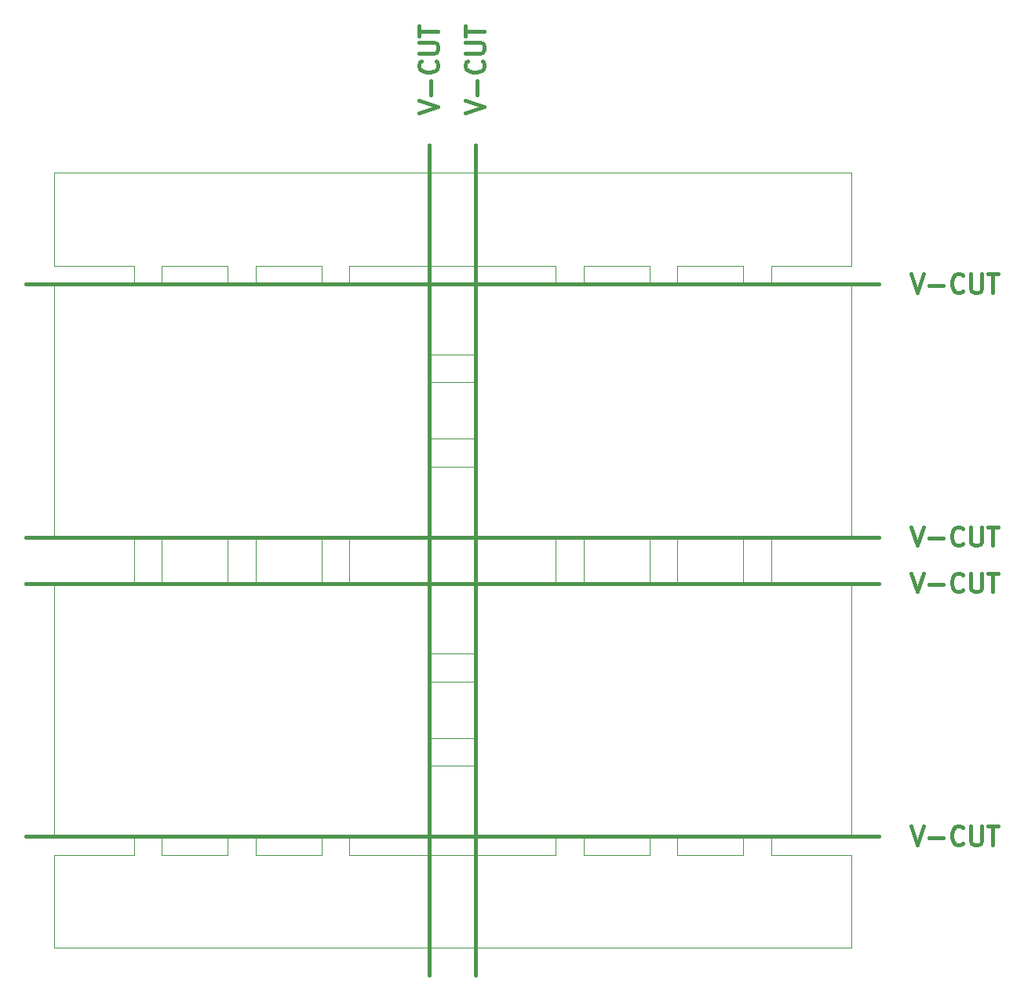
<source format=gm1>
G04 #@! TF.GenerationSoftware,KiCad,Pcbnew,6.0.7-f9a2dced07~116~ubuntu22.04.1*
G04 #@! TF.CreationDate,2022-09-03T23:27:29+10:00*
G04 #@! TF.ProjectId,panel,70616e65-6c2e-46b6-9963-61645f706362,rev?*
G04 #@! TF.SameCoordinates,Original*
G04 #@! TF.FileFunction,Profile,NP*
%FSLAX46Y46*%
G04 Gerber Fmt 4.6, Leading zero omitted, Abs format (unit mm)*
G04 Created by KiCad (PCBNEW 6.0.7-f9a2dced07~116~ubuntu22.04.1) date 2022-09-03 23:27:29*
%MOMM*%
%LPD*%
G01*
G04 APERTURE LIST*
G04 #@! TA.AperFunction,Profile*
%ADD10C,0.100000*%
G04 #@! TD*
G04 #@! TA.AperFunction,Profile*
%ADD11C,0.400000*%
G04 #@! TD*
%ADD12C,0.400000*%
G04 APERTURE END LIST*
D10*
X60500000Y-76000000D02*
X55500000Y-76000000D01*
X43875000Y-88600000D02*
X36750000Y-88600000D01*
X101000000Y-98600000D02*
X101000000Y-88600000D01*
X60500000Y-79000000D02*
X60500000Y-86600000D01*
X89375000Y-54300000D02*
X89375000Y-59300000D01*
X36750000Y-27000000D02*
X36750000Y-25000000D01*
X72125000Y-88600000D02*
X72125000Y-86600000D01*
X15000000Y-86600000D02*
X23625000Y-86600000D01*
X33750000Y-86600000D02*
X33750000Y-88600000D01*
X26625000Y-86600000D02*
X33750000Y-86600000D01*
X92375000Y-54300000D02*
X101000000Y-54300000D01*
D11*
X60500000Y-12000000D02*
X60500000Y-101600000D01*
D10*
X46875000Y-25000000D02*
X69125000Y-25000000D01*
D11*
X12000000Y-59300000D02*
X104000000Y-59300000D01*
D10*
X43875000Y-27000000D02*
X36750000Y-27000000D01*
X55500000Y-86600000D02*
X55500000Y-79000000D01*
X43875000Y-59300000D02*
X36750000Y-59300000D01*
X23625000Y-27000000D02*
X15000000Y-27000000D01*
X26625000Y-59300000D02*
X26625000Y-54300000D01*
X43875000Y-25000000D02*
X43875000Y-27000000D01*
X101000000Y-15000000D02*
X15000000Y-15000000D01*
X60500000Y-46700000D02*
X60500000Y-54300000D01*
X60500000Y-86600000D02*
X69125000Y-86600000D01*
X101000000Y-54300000D02*
X101000000Y-27000000D01*
X36750000Y-54300000D02*
X43875000Y-54300000D01*
X79250000Y-59300000D02*
X72125000Y-59300000D01*
X82250000Y-59300000D02*
X82250000Y-54300000D01*
X89375000Y-86600000D02*
X89375000Y-88600000D01*
X72125000Y-27000000D02*
X72125000Y-25000000D01*
X92375000Y-27000000D02*
X92375000Y-25000000D01*
X43875000Y-54300000D02*
X43875000Y-59300000D01*
X46875000Y-88600000D02*
X46875000Y-86600000D01*
X55500000Y-46700000D02*
X60500000Y-46700000D01*
X72125000Y-59300000D02*
X72125000Y-54300000D01*
X101000000Y-59300000D02*
X92375000Y-59300000D01*
X15000000Y-25000000D02*
X23625000Y-25000000D01*
X69125000Y-88600000D02*
X46875000Y-88600000D01*
X79250000Y-25000000D02*
X79250000Y-27000000D01*
X46875000Y-86600000D02*
X55500000Y-86600000D01*
X55500000Y-34600000D02*
X55500000Y-27000000D01*
X46875000Y-54300000D02*
X55500000Y-54300000D01*
X101000000Y-27000000D02*
X92375000Y-27000000D01*
X58000000Y-69900000D02*
X60500000Y-69900000D01*
X82250000Y-88600000D02*
X82250000Y-86600000D01*
X33750000Y-88600000D02*
X26625000Y-88600000D01*
X46875000Y-59300000D02*
X46875000Y-54300000D01*
X15000000Y-15000000D02*
X15000000Y-25000000D01*
X33750000Y-25000000D02*
X33750000Y-27000000D01*
X46875000Y-27000000D02*
X46875000Y-25000000D01*
X15000000Y-88600000D02*
X15000000Y-98600000D01*
X72125000Y-86600000D02*
X79250000Y-86600000D01*
X89375000Y-59300000D02*
X82250000Y-59300000D01*
X82250000Y-86600000D02*
X89375000Y-86600000D01*
X60500000Y-37600000D02*
X60500000Y-43700000D01*
X82250000Y-54300000D02*
X89375000Y-54300000D01*
X60500000Y-69900000D02*
X60500000Y-76000000D01*
X89375000Y-25000000D02*
X89375000Y-27000000D01*
X15000000Y-59300000D02*
X15000000Y-86600000D01*
X43875000Y-86600000D02*
X43875000Y-88600000D01*
X82250000Y-25000000D02*
X89375000Y-25000000D01*
X60500000Y-27000000D02*
X60500000Y-34600000D01*
X36750000Y-88600000D02*
X36750000Y-86600000D01*
X92375000Y-25000000D02*
X101000000Y-25000000D01*
X60500000Y-59300000D02*
X60500000Y-66900000D01*
X26625000Y-27000000D02*
X26625000Y-25000000D01*
X23625000Y-54300000D02*
X23625000Y-59300000D01*
X33750000Y-59300000D02*
X26625000Y-59300000D01*
X55500000Y-43700000D02*
X55500000Y-37600000D01*
X79250000Y-27000000D02*
X72125000Y-27000000D01*
X60500000Y-34600000D02*
X55500000Y-34600000D01*
X55500000Y-37600000D02*
X58000000Y-37600000D01*
X15000000Y-54300000D02*
X23625000Y-54300000D01*
X89375000Y-27000000D02*
X82250000Y-27000000D01*
X69125000Y-59300000D02*
X60500000Y-59300000D01*
X69125000Y-27000000D02*
X60500000Y-27000000D01*
X55500000Y-79000000D02*
X60500000Y-79000000D01*
X36750000Y-59300000D02*
X36750000Y-54300000D01*
X36750000Y-86600000D02*
X43875000Y-86600000D01*
X101000000Y-25000000D02*
X101000000Y-15000000D01*
X101000000Y-88600000D02*
X92375000Y-88600000D01*
X15000000Y-98600000D02*
X101000000Y-98600000D01*
X89375000Y-88600000D02*
X82250000Y-88600000D01*
D11*
X55500000Y-12000000D02*
X55500000Y-101600000D01*
D10*
X23625000Y-59300000D02*
X15000000Y-59300000D01*
X72125000Y-25000000D02*
X79250000Y-25000000D01*
X92375000Y-86600000D02*
X101000000Y-86600000D01*
X58000000Y-37600000D02*
X60500000Y-37600000D01*
X60500000Y-43700000D02*
X55500000Y-43700000D01*
X92375000Y-59300000D02*
X92375000Y-54300000D01*
X15000000Y-27000000D02*
X15000000Y-54300000D01*
X26625000Y-54300000D02*
X33750000Y-54300000D01*
X23625000Y-25000000D02*
X23625000Y-27000000D01*
X33750000Y-27000000D02*
X26625000Y-27000000D01*
X79250000Y-54300000D02*
X79250000Y-59300000D01*
X69125000Y-25000000D02*
X69125000Y-27000000D01*
X26625000Y-88600000D02*
X26625000Y-86600000D01*
X82250000Y-27000000D02*
X82250000Y-25000000D01*
X55500000Y-59300000D02*
X46875000Y-59300000D01*
X69125000Y-86600000D02*
X69125000Y-88600000D01*
X26625000Y-25000000D02*
X33750000Y-25000000D01*
X92375000Y-88600000D02*
X92375000Y-86600000D01*
D11*
X12000000Y-86600000D02*
X104000000Y-86600000D01*
X12000000Y-27000000D02*
X104000000Y-27000000D01*
D10*
X79250000Y-86600000D02*
X79250000Y-88600000D01*
X79250000Y-88600000D02*
X72125000Y-88600000D01*
X23625000Y-86600000D02*
X23625000Y-88600000D01*
X55500000Y-69900000D02*
X58000000Y-69900000D01*
D11*
X12000000Y-54300000D02*
X104000000Y-54300000D01*
D10*
X69125000Y-54300000D02*
X69125000Y-59300000D01*
X60500000Y-54300000D02*
X69125000Y-54300000D01*
X55500000Y-54300000D02*
X55500000Y-46700000D01*
X36750000Y-25000000D02*
X43875000Y-25000000D01*
X60500000Y-66900000D02*
X55500000Y-66900000D01*
X55500000Y-76000000D02*
X55500000Y-69900000D01*
X33750000Y-54300000D02*
X33750000Y-59300000D01*
X72125000Y-54300000D02*
X79250000Y-54300000D01*
X55500000Y-66900000D02*
X55500000Y-59300000D01*
X55500000Y-27000000D02*
X46875000Y-27000000D01*
X23625000Y-88600000D02*
X15000000Y-88600000D01*
X101000000Y-86600000D02*
X101000000Y-59300000D01*
D12*
X54404761Y-8549523D02*
X56404761Y-7882857D01*
X54404761Y-7216190D01*
X55642857Y-6549523D02*
X55642857Y-5025714D01*
X56214285Y-2930476D02*
X56309523Y-3025714D01*
X56404761Y-3311428D01*
X56404761Y-3501904D01*
X56309523Y-3787619D01*
X56119047Y-3978095D01*
X55928571Y-4073333D01*
X55547619Y-4168571D01*
X55261904Y-4168571D01*
X54880952Y-4073333D01*
X54690476Y-3978095D01*
X54500000Y-3787619D01*
X54404761Y-3501904D01*
X54404761Y-3311428D01*
X54500000Y-3025714D01*
X54595238Y-2930476D01*
X54404761Y-2073333D02*
X56023809Y-2073333D01*
X56214285Y-1978095D01*
X56309523Y-1882857D01*
X56404761Y-1692380D01*
X56404761Y-1311428D01*
X56309523Y-1120952D01*
X56214285Y-1025714D01*
X56023809Y-930476D01*
X54404761Y-930476D01*
X54404761Y-263809D02*
X54404761Y879047D01*
X56404761Y307619D02*
X54404761Y307619D01*
X107450476Y-58204761D02*
X108117142Y-60204761D01*
X108783809Y-58204761D01*
X109450476Y-59442857D02*
X110974285Y-59442857D01*
X113069523Y-60014285D02*
X112974285Y-60109523D01*
X112688571Y-60204761D01*
X112498095Y-60204761D01*
X112212380Y-60109523D01*
X112021904Y-59919047D01*
X111926666Y-59728571D01*
X111831428Y-59347619D01*
X111831428Y-59061904D01*
X111926666Y-58680952D01*
X112021904Y-58490476D01*
X112212380Y-58300000D01*
X112498095Y-58204761D01*
X112688571Y-58204761D01*
X112974285Y-58300000D01*
X113069523Y-58395238D01*
X113926666Y-58204761D02*
X113926666Y-59823809D01*
X114021904Y-60014285D01*
X114117142Y-60109523D01*
X114307619Y-60204761D01*
X114688571Y-60204761D01*
X114879047Y-60109523D01*
X114974285Y-60014285D01*
X115069523Y-59823809D01*
X115069523Y-58204761D01*
X115736190Y-58204761D02*
X116879047Y-58204761D01*
X116307619Y-60204761D02*
X116307619Y-58204761D01*
X59404761Y-8549523D02*
X61404761Y-7882857D01*
X59404761Y-7216190D01*
X60642857Y-6549523D02*
X60642857Y-5025714D01*
X61214285Y-2930476D02*
X61309523Y-3025714D01*
X61404761Y-3311428D01*
X61404761Y-3501904D01*
X61309523Y-3787619D01*
X61119047Y-3978095D01*
X60928571Y-4073333D01*
X60547619Y-4168571D01*
X60261904Y-4168571D01*
X59880952Y-4073333D01*
X59690476Y-3978095D01*
X59500000Y-3787619D01*
X59404761Y-3501904D01*
X59404761Y-3311428D01*
X59500000Y-3025714D01*
X59595238Y-2930476D01*
X59404761Y-2073333D02*
X61023809Y-2073333D01*
X61214285Y-1978095D01*
X61309523Y-1882857D01*
X61404761Y-1692380D01*
X61404761Y-1311428D01*
X61309523Y-1120952D01*
X61214285Y-1025714D01*
X61023809Y-930476D01*
X59404761Y-930476D01*
X59404761Y-263809D02*
X59404761Y879047D01*
X61404761Y307619D02*
X59404761Y307619D01*
X107450476Y-85504761D02*
X108117142Y-87504761D01*
X108783809Y-85504761D01*
X109450476Y-86742857D02*
X110974285Y-86742857D01*
X113069523Y-87314285D02*
X112974285Y-87409523D01*
X112688571Y-87504761D01*
X112498095Y-87504761D01*
X112212380Y-87409523D01*
X112021904Y-87219047D01*
X111926666Y-87028571D01*
X111831428Y-86647619D01*
X111831428Y-86361904D01*
X111926666Y-85980952D01*
X112021904Y-85790476D01*
X112212380Y-85600000D01*
X112498095Y-85504761D01*
X112688571Y-85504761D01*
X112974285Y-85600000D01*
X113069523Y-85695238D01*
X113926666Y-85504761D02*
X113926666Y-87123809D01*
X114021904Y-87314285D01*
X114117142Y-87409523D01*
X114307619Y-87504761D01*
X114688571Y-87504761D01*
X114879047Y-87409523D01*
X114974285Y-87314285D01*
X115069523Y-87123809D01*
X115069523Y-85504761D01*
X115736190Y-85504761D02*
X116879047Y-85504761D01*
X116307619Y-87504761D02*
X116307619Y-85504761D01*
X107450476Y-53204761D02*
X108117142Y-55204761D01*
X108783809Y-53204761D01*
X109450476Y-54442857D02*
X110974285Y-54442857D01*
X113069523Y-55014285D02*
X112974285Y-55109523D01*
X112688571Y-55204761D01*
X112498095Y-55204761D01*
X112212380Y-55109523D01*
X112021904Y-54919047D01*
X111926666Y-54728571D01*
X111831428Y-54347619D01*
X111831428Y-54061904D01*
X111926666Y-53680952D01*
X112021904Y-53490476D01*
X112212380Y-53300000D01*
X112498095Y-53204761D01*
X112688571Y-53204761D01*
X112974285Y-53300000D01*
X113069523Y-53395238D01*
X113926666Y-53204761D02*
X113926666Y-54823809D01*
X114021904Y-55014285D01*
X114117142Y-55109523D01*
X114307619Y-55204761D01*
X114688571Y-55204761D01*
X114879047Y-55109523D01*
X114974285Y-55014285D01*
X115069523Y-54823809D01*
X115069523Y-53204761D01*
X115736190Y-53204761D02*
X116879047Y-53204761D01*
X116307619Y-55204761D02*
X116307619Y-53204761D01*
X107450476Y-25904761D02*
X108117142Y-27904761D01*
X108783809Y-25904761D01*
X109450476Y-27142857D02*
X110974285Y-27142857D01*
X113069523Y-27714285D02*
X112974285Y-27809523D01*
X112688571Y-27904761D01*
X112498095Y-27904761D01*
X112212380Y-27809523D01*
X112021904Y-27619047D01*
X111926666Y-27428571D01*
X111831428Y-27047619D01*
X111831428Y-26761904D01*
X111926666Y-26380952D01*
X112021904Y-26190476D01*
X112212380Y-26000000D01*
X112498095Y-25904761D01*
X112688571Y-25904761D01*
X112974285Y-26000000D01*
X113069523Y-26095238D01*
X113926666Y-25904761D02*
X113926666Y-27523809D01*
X114021904Y-27714285D01*
X114117142Y-27809523D01*
X114307619Y-27904761D01*
X114688571Y-27904761D01*
X114879047Y-27809523D01*
X114974285Y-27714285D01*
X115069523Y-27523809D01*
X115069523Y-25904761D01*
X115736190Y-25904761D02*
X116879047Y-25904761D01*
X116307619Y-27904761D02*
X116307619Y-25904761D01*
M02*

</source>
